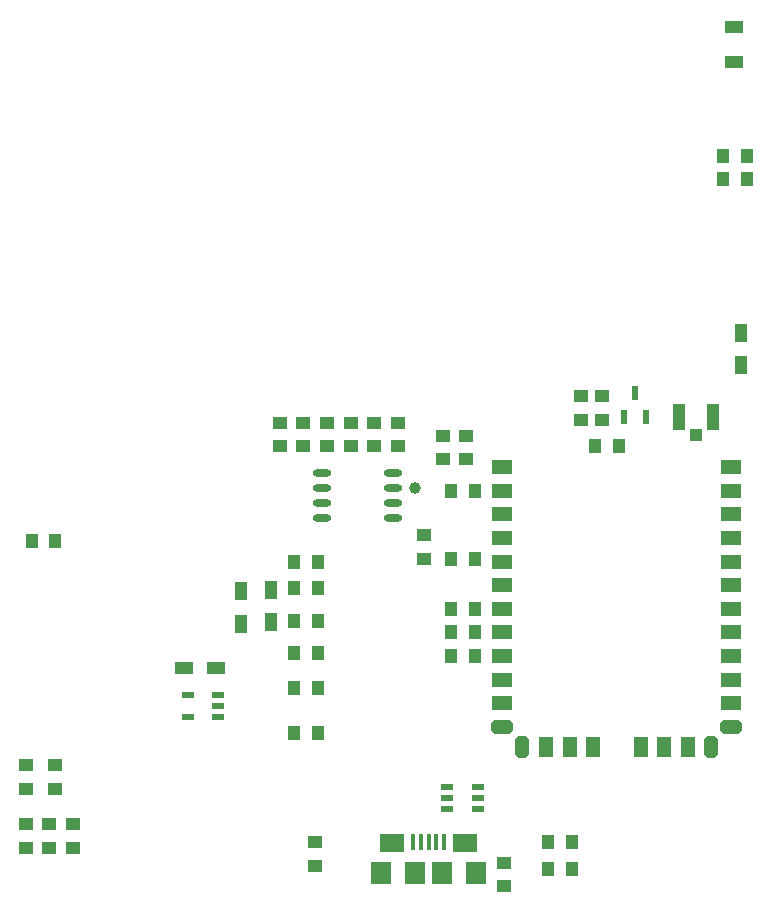
<source format=gtp>
G04 Layer_Color=8421504*
%FSLAX25Y25*%
%MOIN*%
G70*
G01*
G75*
%ADD10R,0.03937X0.04921*%
%ADD11C,0.03937*%
%ADD12R,0.04921X0.03937*%
%ADD13R,0.03937X0.05905*%
%ADD14R,0.05905X0.03937*%
%ADD15R,0.04331X0.02362*%
%ADD16R,0.06890X0.07480*%
%ADD17R,0.07087X0.07480*%
%ADD18R,0.08268X0.06299*%
%ADD19R,0.01575X0.05512*%
%ADD20R,0.02362X0.05118*%
%ADD21O,0.06291X0.02362*%
%ADD22R,0.04134X0.08661*%
%ADD23R,0.03937X0.04134*%
%ADD24R,0.06299X0.03937*%
%ADD25R,0.07087X0.04724*%
G04:AMPARAMS|DCode=26|XSize=47.24mil|YSize=70.87mil|CornerRadius=0mil|HoleSize=0mil|Usage=FLASHONLY|Rotation=270.000|XOffset=0mil|YOffset=0mil|HoleType=Round|Shape=Octagon|*
%AMOCTAGOND26*
4,1,8,0.03543,0.01181,0.03543,-0.01181,0.02362,-0.02362,-0.02362,-0.02362,-0.03543,-0.01181,-0.03543,0.01181,-0.02362,0.02362,0.02362,0.02362,0.03543,0.01181,0.0*
%
%ADD26OCTAGOND26*%

G04:AMPARAMS|DCode=27|XSize=47.24mil|YSize=70.87mil|CornerRadius=0mil|HoleSize=0mil|Usage=FLASHONLY|Rotation=180.000|XOffset=0mil|YOffset=0mil|HoleType=Round|Shape=Octagon|*
%AMOCTAGOND27*
4,1,8,0.01181,-0.03543,-0.01181,-0.03543,-0.02362,-0.02362,-0.02362,0.02362,-0.01181,0.03543,0.01181,0.03543,0.02362,0.02362,0.02362,-0.02362,0.01181,-0.03543,0.0*
%
%ADD27OCTAGOND27*%

%ADD28R,0.04724X0.07087*%
D10*
X107283Y56102D02*
D03*
X115157D02*
D03*
X167323Y114173D02*
D03*
X159449D02*
D03*
X199803Y19685D02*
D03*
X191929D02*
D03*
X159449Y97441D02*
D03*
X167323D02*
D03*
Y89567D02*
D03*
X159449D02*
D03*
X199803Y10827D02*
D03*
X191929D02*
D03*
X107283Y104331D02*
D03*
X115157D02*
D03*
X258169Y248524D02*
D03*
X250295D02*
D03*
X258169Y240748D02*
D03*
X250295D02*
D03*
X167323Y81693D02*
D03*
X159449D02*
D03*
X159449Y136811D02*
D03*
X167323D02*
D03*
X107283Y70866D02*
D03*
X115157D02*
D03*
Y82677D02*
D03*
X107283D02*
D03*
X115157Y93504D02*
D03*
X107283D02*
D03*
Y113189D02*
D03*
X115157D02*
D03*
X27559Y120079D02*
D03*
X19685D02*
D03*
X207480Y151575D02*
D03*
X215354D02*
D03*
D11*
X147382Y137736D02*
D03*
D12*
X150492Y122047D02*
D03*
Y114173D02*
D03*
X177165Y12795D02*
D03*
Y4921D02*
D03*
X209646Y160433D02*
D03*
Y168307D02*
D03*
X27559Y37402D02*
D03*
Y45276D02*
D03*
X114173Y11811D02*
D03*
Y19685D02*
D03*
X17717Y17717D02*
D03*
Y25591D02*
D03*
Y37402D02*
D03*
Y45276D02*
D03*
X102362Y151575D02*
D03*
Y159449D02*
D03*
X110236D02*
D03*
Y151575D02*
D03*
X118110Y159449D02*
D03*
Y151575D02*
D03*
X164469Y147244D02*
D03*
Y155118D02*
D03*
X156890D02*
D03*
Y147244D02*
D03*
X33465Y17717D02*
D03*
Y25591D02*
D03*
X25591D02*
D03*
Y17717D02*
D03*
X141732Y159449D02*
D03*
Y151575D02*
D03*
X133858D02*
D03*
Y159449D02*
D03*
X125984D02*
D03*
Y151575D02*
D03*
X202756Y168307D02*
D03*
Y160433D02*
D03*
D13*
X99410Y93012D02*
D03*
Y103839D02*
D03*
X256201Y189469D02*
D03*
Y178642D02*
D03*
X89567Y92520D02*
D03*
Y103347D02*
D03*
D14*
X81201Y77756D02*
D03*
X70374D02*
D03*
D15*
X71653Y61221D02*
D03*
Y68701D02*
D03*
X81890D02*
D03*
Y64961D02*
D03*
Y61221D02*
D03*
X168504Y30709D02*
D03*
Y34449D02*
D03*
Y38189D02*
D03*
X158268D02*
D03*
Y34449D02*
D03*
Y30709D02*
D03*
D16*
X156398Y9252D02*
D03*
X147539D02*
D03*
D17*
X167717D02*
D03*
X136221D02*
D03*
D18*
X164173Y19291D02*
D03*
X139764D02*
D03*
D19*
X157087Y19685D02*
D03*
X154528D02*
D03*
X151969D02*
D03*
X149409D02*
D03*
X146850D02*
D03*
D20*
X217126Y161221D02*
D03*
X224606D02*
D03*
X220866Y169488D02*
D03*
D21*
X140059Y127736D02*
D03*
Y132736D02*
D03*
Y137736D02*
D03*
Y142736D02*
D03*
X116437Y127736D02*
D03*
Y132736D02*
D03*
Y137736D02*
D03*
Y142736D02*
D03*
D22*
X246949Y161417D02*
D03*
X235335D02*
D03*
D23*
X241142Y155413D02*
D03*
D24*
X253937Y279528D02*
D03*
Y291339D02*
D03*
D25*
X252953Y144685D02*
D03*
Y136811D02*
D03*
Y121063D02*
D03*
Y128937D02*
D03*
Y97441D02*
D03*
Y89567D02*
D03*
Y105315D02*
D03*
Y113189D02*
D03*
Y81693D02*
D03*
Y73819D02*
D03*
Y65945D02*
D03*
X176575D02*
D03*
Y73819D02*
D03*
Y81693D02*
D03*
Y113189D02*
D03*
Y105315D02*
D03*
Y89567D02*
D03*
Y97441D02*
D03*
Y128937D02*
D03*
Y121063D02*
D03*
Y136811D02*
D03*
Y144685D02*
D03*
D26*
X252953Y58071D02*
D03*
X176575Y58071D02*
D03*
D27*
X246260Y51378D02*
D03*
X183268D02*
D03*
D28*
X238386D02*
D03*
X230512D02*
D03*
X222638D02*
D03*
X206890D02*
D03*
X199016D02*
D03*
X191142D02*
D03*
M02*

</source>
